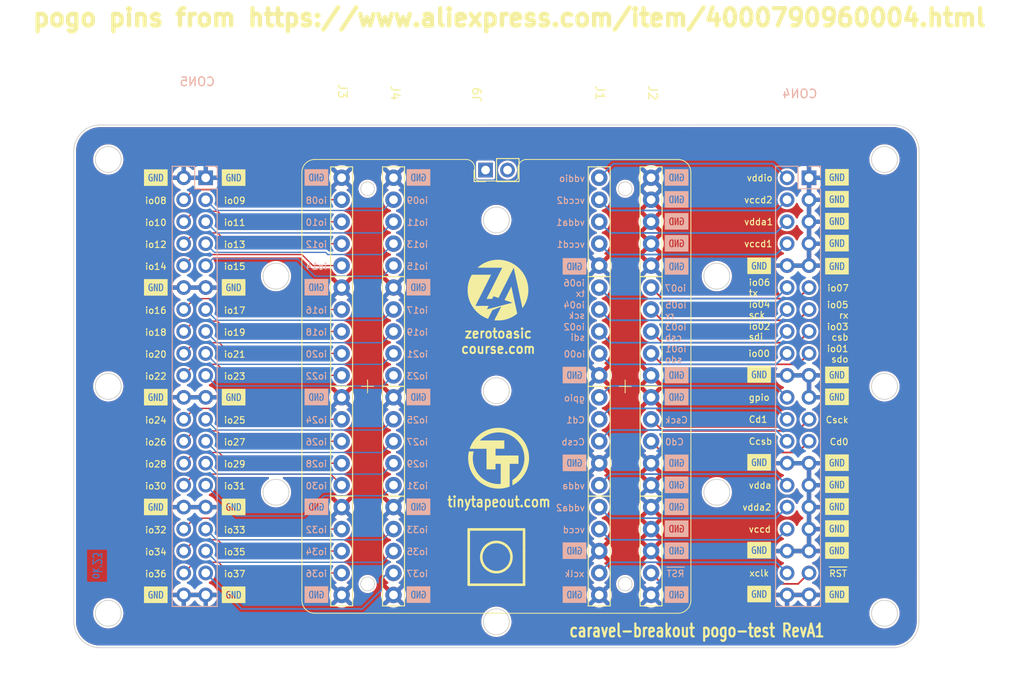
<source format=kicad_pcb>
(kicad_pcb (version 20211014) (generator pcbnew)
  (layers (0 "F.Cu" signal "Front") (31 "B.Cu" signal "Back") (34 "B.Paste" user) (35 "F.Paste" user) (36 "B.SilkS" user "B.Silkscreen") (37 "F.SilkS" user "F.Silkscreen") (38 "B.Mask" user) (39 "F.Mask" user) (44 "Edge.Cuts" user))
  (net 0 "")
  (net 1 "GND")
  (net 2 "vddio")
  (net 3 "vccd2")
  (net 4 "vccd1")
  (net 5 "vdda1")
  (net 6 "vdda2")
  (net 7 "mprj_io[18]")
  (net 8 "mprj_io[17]")
  (net 9 "mprj_io[16]")
  (net 10 "mprj_io[15]")
  (net 11 "mprj_io[14]")
  (net 12 "mprj_io[13]")
  (net 13 "mprj_io[12]")
  (net 14 "mprj_io[11]")
  (net 15 "mprj_io[10]")
  (net 16 "mprj_io[9]")
  (net 17 "mprj_io[8]")
  (net 18 "mprj_io[7]")
  (net 19 "mprj_io[6]_ser_tx")
  (net 20 "mprj_io[5]_ser_rx")
  (net 21 "mprj_io[0]")
  (net 22 "mprj_io[33]")
  (net 23 "mprj_io[32]")
  (net 24 "mprj_io[31]")
  (net 25 "mprj_io[30]")
  (net 26 "mprj_io[29]")
  (net 27 "mprj_io[28]")
  (net 28 "mprj_io[27]")
  (net 29 "mprj_io[26]")
  (net 30 "mprj_io[25]")
  (net 31 "mprj_io[24]")
  (net 32 "mprj_io[23]")
  (net 33 "mprj_io[22]")
  (net 34 "mprj_io[21]")
  (net 35 "mprj_io[20]")
  (net 36 "mprj_io[19]")
  (net 37 "mprj_io[4]_SCK")
  (net 38 "mprj_io[3]_CSB")
  (net 39 "mprj_io[2]_SDI")
  (net 40 "mprj_io[1]_SDO")
  (net 41 "gpio")
  (net 42 "Caravel_D0")
  (net 43 "Caravel_CSB")
  (net 44 "~{RST}")
  (net 45 "Caravel_D1")
  (net 46 "xclk")
  (net 47 "mprj_io[36]")
  (net 48 "mprj_io[37]")
  (net 49 "Caravel_SCK")
  (net 50 "mprj_io[34]")
  (net 51 "mprj_io[35]")
  (net 52 "vdda")
  (net 53 "vccd")
  (footprint "kibuzzard-6288F08E" (layer "F.Cu") (at 61.9 -12.34)
    (fp_text reference "kibuzzard-6288F08E" hide)
    (fp_text value "G***" hide)
  )
  (footprint "kibuzzard-6288F08E" (layer "F.Cu") (at 52.9 -2.227)
    (fp_text reference "kibuzzard-6288F08E" hide)
    (fp_text value "G***" hide)
  )
  (footprint "kibuzzard-6288F08E" (layer "F.Cu") (at -7.9 -2.14)
    (fp_text reference "kibuzzard-6288F08E" hide)
    (fp_text value "G***" hide)
  )
  (footprint "kibuzzard-6288F08E" (layer "F.Cu") (at 52.9 -40.2)
    (fp_text reference "kibuzzard-6288F08E" hide)
    (fp_text value "G***" hide)
  )
  (footprint "kibuzzard-6288F08E" (layer "F.Cu") (at -7.9 -37.7)
    (fp_text reference "kibuzzard-6288F08E" hide)
    (fp_text value "G***" hide)
  )
  (footprint "kibuzzard-6288F08E" (layer "F.Cu") (at 61.9 -17.42)
    (fp_text reference "kibuzzard-6288F08E" hide)
    (fp_text value "G***" hide)
  )
  (footprint "kibuzzard-6288F08E" (layer "F.Cu") (at -7.9 -50.4)
    (fp_text reference "kibuzzard-6288F08E" hide)
    (fp_text value "G***" hide)
  )
  (footprint "kibuzzard-6288F08E" (layer "F.Cu") (at 61.9 -50.44)
    (fp_text reference "kibuzzard-6288F08E" hide)
    (fp_text value "G***" hide)
  )
  (footprint "kibuzzard-6288F08E" (layer "F.Cu") (at 61.9 -47.9)
    (fp_text reference "kibuzzard-6288F08E" hide)
    (fp_text value "G***" hide)
  )
  (footprint "kibuzzard-6288F08E" (layer "F.Cu") (at 52.9 -7.307)
    (fp_text reference "kibuzzard-6288F08E" hide)
    (fp_text value "G***" hide)
  )
  (footprint "kibuzzard-6288F08E" (layer "F.Cu") (at -7.9 -25)
    (fp_text reference "kibuzzard-6288F08E" hide)
    (fp_text value "G***" hide)
  )
  (footprint "kibuzzard-6288F08E" (layer "F.Cu") (at 61.9 -25.04)
    (fp_text reference "kibuzzard-6288F08E" hide)
    (fp_text value "G***" hide)
  )
  (footprint "kibuzzard-6288F08E" (layer "F.Cu") (at 61.9 -9.8)
    (fp_text reference "kibuzzard-6288F08E" hide)
    (fp_text value "G***" hide)
  )
  (footprint "kibuzzard-6288F08E" (layer "F.Cu") (at -16.9 -12.3)
    (fp_text reference "kibuzzard-6288F08E" hide)
    (fp_text value "G***" hide)
  )
  (footprint "kibuzzard-6288F08E" (layer "F.Cu") (at 52.9 -17.467)
    (fp_text reference "kibuzzard-6288F08E" hide)
    (fp_text value "G***" hide)
  )
  (footprint "ok-connectors:PogoArray-5x-1x5-2.54mm-TH" (layer "F.Cu") (at 10.6 -26.25 -90)
    (fp_text reference "J4")
    (fp_text value "Conn_01x20")
  )
  (footprint "kibuzzard-6288F08E" (layer "F.Cu") (at -16.9 -2.14)
    (fp_text reference "kibuzzard-6288F08E" hide)
    (fp_text value "G***" hide)
  )
  (footprint "kibuzzard-6288F08E" (layer "F.Cu") (at 61.9 -2.18)
    (fp_text reference "kibuzzard-6288F08E" hide)
    (fp_text value "G***" hide)
  )
  (footprint "kibuzzard-6288F08E" (layer "F.Cu") (at 61.9 -40.153)
    (fp_text reference "kibuzzard-6288F08E" hide)
    (fp_text value "G***" hide)
  )
  (footprint "kibuzzard-6288F08E" (layer "F.Cu") (at 52.9 -27.627)
    (fp_text reference "kibuzzard-6288F08E" hide)
    (fp_text value "G***" hide)
  )
  (footprint "kibuzzard-6288F08E" (layer "F.Cu") (at -16.9 -50.4)
    (fp_text reference "kibuzzard-6288F08E" hide)
    (fp_text value "G***" hide)
  )
  (footprint "kibuzzard-6288F08E" (layer "F.Cu") (at -16.9 -37.7)
    (fp_text reference "kibuzzard-6288F08E" hide)
    (fp_text value "G***" hide)
  )
  (footprint "kibuzzard-6288F08E" (layer "F.Cu") (at -7.9 -12.3)
    (fp_text reference "kibuzzard-6288F08E" hide)
    (fp_text value "G***" hide)
  )
  (footprint "kibuzzard-6288F08E" (layer "F.Cu") (at 61.9 -42.82)
    (fp_text reference "kibuzzard-6288F08E" hide)
    (fp_text value "G***" hide)
  )
  (footprint "kibuzzard-6288F08E" (layer "F.Cu") (at 61.9 -7.26)
    (fp_text reference "kibuzzard-6288F08E" hide)
    (fp_text value "G***" hide)
  )
  (footprint "ok-connectors:PogoArray-5x-1x5-2.54mm-TH" (layer "F.Cu") (at 4.6 -26.25 -90)
    (fp_text reference "J3")
    (fp_text value "Conn_01x20")
  )
  (footprint "kibuzzard-6288F08E" (layer "F.Cu") (at 61.9 -45.36)
    (fp_text reference "kibuzzard-6288F08E" hide)
    (fp_text value "G***" hide)
  )
  (footprint "ok-connectors:PogoArray-5x-1x5-2.54mm-TH" (layer "F.Cu") (at 40.4 -26.25 -90)
    (fp_text reference "J2")
    (fp_text value "Conn_01x20")
  )
  (footprint "kibuzzard-6288F08E" (layer "F.Cu") (at 61.9 -14.88)
    (fp_text reference "kibuzzard-6288F08E" hide)
    (fp_text value "G***" hide)
  )
  (footprint "kibuzzard-6288F08E" (layer "F.Cu") (at -16.9 -25)
    (fp_text reference "kibuzzard-6288F08E" hide)
    (fp_text value "G***" hide)
  )
  (footprint "Connector_PinHeader_2.54mm:PinHeader_1x02_P2.54mm_Vertical" (layer "F.Cu") (at 21.25 -51.275 90)
    (fp_text reference "J9")
    (fp_text value "Conn_01x02")
  )
  (footprint "kibuzzard-6288F08E" (layer "F.Cu") (at 61.9 -27.58)
    (fp_text reference "kibuzzard-6288F08E" hide)
    (fp_text value "G***" hide)
  )
  (footprint "ok-connectors:PogoArray-5x-1x5-2.54mm-TH" (layer "F.Cu") (at 34.4 -26.25 -90)
    (fp_text reference "J1")
    (fp_text value "Conn_01x20")
  )
  (footprint "kibuzzard-6288F08E" (layer "B.Cu") (at 1.678 -12.319 180)
    (fp_text reference "kibuzzard-6288F08E" hide)
    (fp_text value "G***" hide)
  )
  (footprint "kibuzzard-6288F08E" (layer "B.Cu") (at 31.538 -17.399 180)
    (fp_text reference "kibuzzard-6288F08E" hide)
    (fp_text value "G***" hide)
  )
  (footprint "kibuzzard-6288F08E" (layer "B.Cu") (at 1.678 -25.019 180)
    (fp_text reference "kibuzzard-6288F08E" hide)
    (fp_text value "G***" hide)
  )
  (footprint "kibuzzard-6288F08E" (layer "B.Cu") (at 13.489 -12.319 180)
    (fp_text reference "kibuzzard-6288F08E" hide)
    (fp_text value "G***" hide)
  )
  (footprint "kibuzzard-6288F08E" (layer "B.Cu") (at 13.489 -25.019 180)
    (fp_text reference "kibuzzard-6288F08E" hide)
    (fp_text value "G***" hide)
  )
  (footprint "kibuzzard-6288F08E" (layer "B.Cu") (at 43.349 -2.159 180)
    (fp_text reference "kibuzzard-6288F08E" hide)
    (fp_text value "G***" hide)
  )
  (footprint "kibuzzard-6288F08E" (layer "B.Cu") (at 31.538 -27.559 180)
    (fp_text reference "kibuzzard-6288F08E" hide)
    (fp_text value "G***" hide)
  )
  (footprint "ok-connectors:PinSocket_2x20_P2.54mm_Vertical_Center_Rev" (layer "B.Cu") (at -12.4 -26.25 -90)
    (fp_text reference "CON5")
    (fp_text value "REF-182665-01")
  )
  (footprint "kibuzzard-6288F08E" (layer "B.Cu") (at 43.349 -50.419 180)
    (fp_text reference "kibuzzard-6288F08E" hide)
    (fp_text value "G***" hide)
  )
  (footprint "kibuzzard-6288F08E" (layer "B.Cu") (at 43.349 -27.559 180)
    (fp_text reference "kibuzzard-6288F08E" hide)
    (fp_text value "G***" hide)
  )
  (footprint "kibuzzard-6288F08E" (layer "B.Cu") (at 31.538 -7.239 180)
    (fp_text reference "kibuzzard-6288F08E" hide)
    (fp_text value "G***" hide)
  )
  (footprint "ok-connectors:PinSocket_2x20_P2.54mm_Vertical_Center_Rev" (layer "B.Cu") (at 57.4 -26.25 -90)
    (fp_text reference "CON4")
    (fp_text value "REF-182665-01")
  )
  (footprint "kibuzzard-6288F08E" (layer "B.Cu") (at 43.349 -17.399 180)
    (fp_text reference "kibuzzard-6288F08E" hide)
    (fp_text value "G***" hide)
  )
  (footprint "kibuzzard-6288F08E" (layer "B.Cu") (at 43.349 -40.132 180)
    (fp_text reference "kibuzzard-6288F08E" hide)
    (fp_text value "G***" hide)
  )
  (footprint "kibuzzard-6288F08E" (layer "B.Cu") (at 43.349 -25.019 180)
    (fp_text reference "kibuzzard-6288F08E" hide)
    (fp_text value "G***" hide)
  )
  (footprint "kibuzzard-6288F08E" (layer "B.Cu") (at 1.678 -2.159 180)
    (fp_text reference "kibuzzard-6288F08E" hide)
    (fp_text value "G***" hide)
  )
  (footprint "kibuzzard-6288F08E" (layer "B.Cu") (at 13.489 -50.419 180)
    (fp_text reference "kibuzzard-6288F08E" hide)
    (fp_text value "G***" hide)
  )
  (footprint "kibuzzard-6288F08E" (layer "B.Cu") (at 31.538 -2.159 180)
    (fp_text reference "kibuzzard-6288F08E" hide)
    (fp_text value "G***" hide)
  )
  (footprint "kibuzzard-6288F08E" (layer "B.Cu") (at 43.349 -7.239 180)
    (fp_text reference "kibuzzard-6288F08E" hide)
    (fp_text value "G***" hide)
  )
  (footprint "kibuzzard-6288F08E" (layer "B.Cu") (at 43.349 -12.319 180)
    (fp_text reference "kibuzzard-6288F08E" hide)
    (fp_text value "G***" hide)
  )
  (footprint "kibuzzard-6288F08E" (layer "B.Cu") (at 1.678 -37.719 180)
    (fp_text reference "kibuzzard-6288F08E" hide)
    (fp_text value "G***" hide)
  )
  (footprint "kibuzzard-6288F08E" (layer "B.Cu") (at 43.349 -45.339 180)
    (fp_text reference "kibuzzard-6288F08E" hide)
    (fp_text value "G***" hide)
  )
  (footprint "kibuzzard-6288F08E" (layer "B.Cu") (at 43.349 -42.799 180)
    (fp_text reference "kibuzzard-6288F08E" hide)
    (fp_text value "G***" hide)
  )
  (footprint "kibuzzard-6288F08E" (layer "B.Cu") (at 13.489 -37.719 180)
    (fp_text reference "kibuzzard-6288F08E" hide)
    (fp_text value "G***" hide)
  )
  (footprint "kibuzzard-6288F08E" (layer "B.Cu") (at 43.349 -14.859 180)
    (fp_text reference "kibuzzard-6288F08E" hide)
    (fp_text value "G***" hide)
  )
  (footprint "kibuzzard-6288F08E" (layer "B.Cu") (at 31.538 -40.132 180)
    (fp_text reference "kibuzzard-6288F08E" hide)
    (fp_text value "G***" hide)
  )
  (footprint "kibuzzard-6288F08E" (layer "B.Cu") (at 13.489 -2.159 180)
    (fp_text reference "kibuzzard-6288F08E" hide)
    (fp_text value "G***" hide)
  )
  (footprint "kibuzzard-6288F08E" (layer "B.Cu") (at 43.349 -47.879 180)
    (fp_text reference "kibuzzard-6288F08E" hide)
    (fp_text value "G***" hide)
  )
  (footprint "kibuzzard-6288F08E" (layer "B.Cu") (at 43.349 -9.779 180)
    (fp_text reference "kibuzzard-6288F08E" hide)
    (fp_text value "G***" hide)
  )
  (footprint "kibuzzard-6288F08E" (layer "B.Cu") (at 1.678 -50.419 180)
    (fp_text reference "kibuzzard-6288F08E" hide)
    (fp_text value "G***" hide)
  )
  (gr_line (start 42.206 -5.334) (end 44.238 -5.334) (layer "B.SilkS") (width 0.12))
  (gr_poly (pts (xy 22.543518 -33.877615) (xy 22.409971 -33.882463) (xy 22.343458 -33.890655) (xy 22.276945 -33.898847) (xy 22.274151 -33.901641) (xy 22.271358 -33.904435) (xy 22.663765 -34.684661) (xy 23.056172 -35.464888) (xy 23.052144 -35.468916) (xy 23.048116 -35.472945) (xy 22.541256 -35.267514) (xy 22.034397 -35.062084) (xy 21.784427 -34.564882) (xy 21.534457 -34.06768) (xy 21.487229 -34.085331) (xy 21.44 -34.102982) (xy 21.376742 -34.128119) (xy 21.313483 -34.153255) (xy 21.222109 -34.194941) (xy 21.130735 -34.236627) (xy 21.056932 -34.275973) (xy 20.98313 -34.315319) (xy 20.905814 -34.360968) (xy 20.828497 -34.406617) (xy 20.744152 -34.462866) (xy 20.659807 -34.519115) (xy 20.58249 -34.577147) (xy 20.505174 -34.635179) (xy 20.448944 -34.681901) (xy 20.392713 -34.728623) (xy 20.297825 -34.815615) (xy 20.202936 -34.902608) (xy 20.117362 -34.99609) (xy 20.031788 -35.089573) (xy 19.984897 -35.145802) (xy 19.938007 -35.202033) (xy 19.879923 -35.279349) (xy 19.821839 -35.356666) (xy 19.76572 -35.441011) (xy 19.709602 -35.525356) (xy 19.661634 -35.606187) (xy 19.613667 -35.687018) (xy 19.556345 -35.799478) (xy 19.499024 -35.911938) (xy 19.455447 -36.014983) (xy 19.41187 -36.118027) (xy 19.376642 -36.218174) (xy 19.341413 -36.31832) (xy 19.313757 -36.413852) (xy 19.286101 -36.509384) (xy 19.265545 -36.600758) (xy 19.24499 -36.692132) (xy 19.230222 -36.776477) (xy 19.215454 -36.860822) (xy 19.205406 -36.938139) (xy 19.195358 -37.015455) (xy 19.186932 -37.125113) (xy 19.178505 -37.234769) (xy 19.182204 -37.451951) (xy 19.185903 -37.669132) (xy 19.19713 -37.76402) (xy 19.208358 -37.858908) (xy 19.226545 -37.967855) (xy 19.244732 -38.076801) (xy 19.26146 -38.150603) (xy 19.278188 -38.224405) (xy 19.306737 -38.328266) (xy 19.335286 -38.432127) (xy 19.372678 -38.539129) (xy 19.410069 -38.646132) (xy 19.445577 -38.730477) (xy 19.481085 -38.814822) (xy 19.517057 -38.891632) (xy 19.553028 -38.968441) (xy 19.606677 -39.065594) (xy 19.660325 -39.162747) (xy 20.773374 -39.162747) (xy 21.886422 -39.162747) (xy 21.83639 -39.062587) (xy 21.786358 -38.962427) (xy 20.933146 -37.264225) (xy 20.079933 -35.566023) (xy 20.079933 -35.561536) (xy 20.079933 -35.557048) (xy 20.841299 -35.555259) (xy 21.602664 -35.553471) (xy 21.50239 -35.36018) (xy 21.402115 -35.166888) (xy 21.401729 -35.159015) (xy 21.401342 -35.151142) (xy 21.487445 -35.173791) (xy 21.573547 -35.196439) (xy 22.967126 -35.560742) (xy 24.360705 -35.925044) (xy 24.355309 -35.929839) (xy 24.349913 -35.934634) (xy 23.900071 -36.087795) (xy 23.45023 -36.240956) (xy 23.448564 -36.242119) (xy 23.446898 -36.243281) (xy 23.833997 -37.012437) (xy 24.221096 -37.781593) (xy 24.225787 -37.78654) (xy 24.230478 -37.791488) (xy 24.567285 -36.236696) (xy 24.904091 -34.681904) (xy 24.906695 -34.674298) (xy 24.909298 -34.666691) (xy 24.836955 -34.610473) (xy 24.764611 -34.554254) (xy 24.704866 -34.512198) (xy 24.645122 -34.470141) (xy 24.567021 -34.420373) (xy 24.488919 -34.370605) (xy 24.385437 -34.312867) (xy 24.281954 -34.255129) (xy 24.201583 -34.21722) (xy 24.121213 -34.17931) (xy 24.028214 -34.140019) (xy 23.935215 -34.100728) (xy 23.801669 -34.056104) (xy 23.668122 -34.011481) (xy 23.573233 -33.987139) (xy 23.478345 -33.962797) (xy 23.408057 -33.948414) (xy 23.337769 -33.934032) (xy 23.253424 -33.919839) (xy 23.169079 -33.905647) (xy 23.074191 -33.894804) (xy 22.979302 -33.883963) (xy 22.870356 -33.880372) (xy 22.76141 -33.876782) (xy 22.719237 -33.874775) (xy 22.677064 -33.872768) (xy 22.543518 -33.877615)) (layer "F.SilkS") (width 0.007028) (fill solid))
  (gr_line (start 37.4 -27) (end 37.4 -25.5) (layer "F.SilkS") (width 0.1))
  (gr_arc (start 19 -52.5) (mid 19.707107 -52.207107) (end 20 -51.5) (layer "F.SilkS") (width 0.1))
  (gr_line (start 26 -52.5) (end 43.5 -52.5) (layer "F.SilkS") (width 0.1))
  (gr_arc (start 20.5 -50) (mid 20.146447 -50.146447) (end 20 -50.5) (layer "F.SilkS") (width 0.1))
  (gr_line (start 20 -51.5) (end 20 -50.5) (layer "F.SilkS") (width 0.1))
  (gr_line (start 7.6 -27) (end 7.6 -25.5) (layer "F.SilkS") (width 0.1))
  (gr_line (start 20.5 -50) (end 24.5 -50) (layer "F.SilkS") (width 0.1))
  (gr_line (start 38.1 -26.25) (end 36.7 -26.25) (layer "F.SilkS") (width 0.1))
  (gr_line (start 1.5 -52.5) (end 19 -52.5) (layer "F.SilkS") (width 0.1))
  (gr_line (start 25.7 -7.1) (end 25.7 -9.7) (layer "F.SilkS") (width 0.3))
  (gr_line (start 8.3 -26.25) (end 6.9 -26.25) (layer "F.SilkS") (width 0.1))
  (gr_line (start 25.7 -9.7) (end 19.3 -9.7) (layer "F.SilkS") (width 0.3))
  (gr_line (start 61.011 -5.355) (end 63.043 -5.355) (layer "F.SilkS") (width 0.12))
  (gr_line (start 43.5 0) (end 1.5 0) (layer "F.SilkS") (width 0.1))
  (gr_arc (start 1.5 0) (mid 0.43934 -0.43934) (end 0 -1.5) (layer "F.SilkS") (width 0.1))
  (gr_line (start 19.3 -9.7) (end 19.3 -6.7) (layer "F.SilkS") (width 0.3))
  (gr_arc (start 43.5 -52.5) (mid 44.56066 -52.06066) (end 45 -51) (layer "F.SilkS") (width 0.1))
  (gr_poly (pts (xy 25.01475 -37.64629) (xy 24.513435 -39.974571) (xy 24.510748 -39.9775) (xy 24.50806 -39.980429) (xy 24.505445 -39.9775) (xy 24.502829 -39.974571) (xy 23.625788 -38.231436) (xy 22.748747 -36.4883) (xy 22.746536 -36.485614) (xy 22.744326 -36.48293) (xy 22.453676 -36.581575) (xy 22.163025 -36.68022) (xy 22.086306 -36.526272) (xy 22.009586 -36.372324) (xy 21.688539 -36.372324) (xy 21.367492 -36.372324) (xy 21.520743 -36.676319) (xy 21.673995 -36.980314) (xy 22.426808 -38.476068) (xy 23.179622 -39.971821) (xy 23.179622 -39.974937) (xy 23.179622 -39.978052) (xy 21.752841 -39.979826) (xy 20.32606 -39.9816) (xy 20.386993 -40.034316) (xy 20.447927 -40.087032) (xy 20.520617 -40.144747) (xy 20.593308 -40.202462) (xy 20.672244 -40.257326) (xy 20.75118 -40.312191) (xy 20.818672 -40.355301) (xy 20.886164 -40.39841) (xy 20.996239 -40.459588) (xy 21.106315 -40.520765) (xy 21.213413 -40.570111) (xy 21.320511 -40.619458) (xy 21.401342 -40.651022) (xy 21.482173 -40.682586) (xy 21.552461 -40.706615) (xy 21.622748 -40.730644) (xy 21.719602 -40.758738) (xy 21.816456 -40.786832) (xy 21.909379 -40.807957) (xy 22.002302 -40.829083) (xy 22.104219 -40.846119) (xy 22.206136 -40.863155) (xy 22.304539 -40.874467) (xy 22.402942 -40.885779) (xy 22.545675 -40.890621) (xy 22.688408 -40.895464) (xy 22.8269 -40.890687) (xy 22.965393 -40.88591) (xy 23.068637 -40.874596) (xy 23.171881 -40.863282) (xy 23.272397 -40.845788) (xy 23.372913 -40.828293) (xy 23.439687 -40.814089) (xy 23.50646 -40.799886) (xy 23.586111 -40.778612) (xy 23.665761 -40.757338) (xy 23.754801 -40.729056) (xy 23.84384 -40.700773) (xy 23.945758 -40.661759) (xy 24.047675 -40.622745) (xy 24.165352 -40.568288) (xy 24.283029 -40.51383) (xy 24.386758 -40.455572) (xy 24.490488 -40.397313) (xy 24.567804 -40.348073) (xy 24.645121 -40.298832) (xy 24.725952 -40.241321) (xy 24.806783 -40.18381) (xy 24.891127 -40.115668) (xy 24.975473 -40.047526) (xy 25.071562 -39.959367) (xy 25.167651 -39.871208) (xy 25.23036 -39.803401) (xy 25.293068 -39.735593) (xy 25.345134 -39.675698) (xy 25.3972 -39.615802) (xy 25.447223 -39.552694) (xy 25.497247 -39.489586) (xy 25.549344 -39.415784) (xy 25.601443 -39.341982) (xy 25.651113 -39.264665) (xy 25.700784 -39.187349) (xy 25.762344 -39.076555) (xy 25.823905 -38.965762) (xy 25.872834 -38.85941) (xy 25.921762 -38.753058) (xy 25.950011 -38.682153) (xy 25.978259 -38.611248) (xy 26.008583 -38.522718) (xy 26.038906 -38.434189) (xy 26.063805 -38.34687) (xy 26.088704 -38.259551) (xy 26.109638 -38.168177) (xy 26.13057 -38.076803) (xy 26.148714 -37.967856) (xy 26.166859 -37.85891) (xy 26.178087 -37.764022) (xy 26.189313 -37.669133) (xy 26.193012 -37.451952) (xy 26.196711 -37.234771) (xy 26.188286 -37.125114) (xy 26.179858 -37.015457) (xy 26.169876 -36.938855) (xy 26.159893 -36.862252) (xy 26.148903 -36.79828) (xy 26.137912 -36.734307) (xy 26.127342 -36.681591) (xy 26.11677 -36.628875) (xy 26.088703 -36.516415) (xy 26.060635 -36.403955) (xy 26.015991 -36.270408) (xy 25.971348 -36.136861) (xy 25.932057 -36.043862) (xy 25.892766 -35.950863) (xy 25.854856 -35.870492) (xy 25.816947 -35.790122) (xy 25.759087 -35.685855) (xy 25.701228 -35.581587) (xy 25.614127 -35.449798) (xy 25.527027 -35.318008) (xy 25.521546 -35.318008) (xy 25.516065 -35.318008) (xy 25.01475 -37.64629)) (layer "F.SilkS") (width 0.007028) (fill solid))
  (gr_circle (center 22.5 -6.5) (end 24.25 -6.5) (layer "F.SilkS") (width 0.3) (fill none))
  (gr_line (start 19.3 -6.5) (end 19.3 -3.3) (layer "F.SilkS") (width 0.3))
  (gr_arc (start 45 -1.5) (mid 44.56066 -0.43934) (end 43.5 0) (layer "F.SilkS") (width 0.1))
  (gr_line (start 45 -51) (end 45 -1.5) (layer "F.SilkS") (width 0.1))
  (gr_line (start 0 -1.5) (end 0 -51) (layer "F.SilkS") (width 0.1))
  (gr_line (start 25 -50.5) (end 25 -51.5) (layer "F.SilkS") (width 0.1))
  (gr_poly (pts (xy 22.940197 -21.454805) (xy 23.118818 -21.441182) (xy 23.29487 -21.41875) (xy 23.468132 -21.387731) (xy 23.63838 -21.348348) (xy 23.805392 -21.300824) (xy 23.968946 -21.245382) (xy 24.12882 -21.182245) (xy 24.284791 -21.111635) (xy 24.436636 -21.033776) (xy 24.584134 -20.94889) (xy 24.727062 -20.8572) (xy 24.865198 -20.758929) (xy 24.998319 -20.6543) (xy 25.126203 -20.543536) (xy 25.248627 -20.426859) (xy 25.36537 -20.304493) (xy 25.476208 -20.17666) (xy 25.58092 -20.043583) (xy 25.679283 -19.905485) (xy 25.771075 -19.762589) (xy 25.856073 -19.615118) (xy 25.934055 -19.463294) (xy 26.004798 -19.307341) (xy 26.068081 -19.147481) (xy 26.12368 -18.983937) (xy 26.171374 -18.816932) (xy 26.210941 -18.646689) (xy 26.242156 -18.47343) (xy 26.2648 -18.297379) (xy 26.278648 -18.118759) (xy 26.283479 -17.937792) (xy 26.28119 -17.809843) (xy 26.274374 -17.683028) (xy 26.26311 -17.557424) (xy 26.247476 -17.433109) (xy 26.227549 -17.310163) (xy 26.203408 -17.188663) (xy 26.175131 -17.068688) (xy 26.142795 -16.950317) (xy 26.106479 -16.833628) (xy 26.06626 -16.718699) (xy 26.022217 -16.60561) (xy 25.974428 -16.494438) (xy 25.92297 -16.385262) (xy 25.867922 -16.27816) (xy 25.809361 -16.173212) (xy 25.747367 -16.070495) (xy 25.682015 -15.970087) (xy 25.613386 -15.872069) (xy 25.541556 -15.776517) (xy 25.466603 -15.683511) (xy 25.388607 -15.593128) (xy 25.307643 -15.505448) (xy 25.223792 -15.420548) (xy 25.13713 -15.338508) (xy 25.047736 -15.259406) (xy 24.955687 -15.18332) (xy 24.861062 -15.110329) (xy 24.763938 -15.040511) (xy 24.664394 -14.973945) (xy 24.562508 -14.910709) (xy 24.458358 -14.850882) (xy 24.352021 -14.794542) (xy 24.352021 -15.413666) (xy 24.505432 -15.517561) (xy 24.651868 -15.630537) (xy 24.790924 -15.752186) (xy 24.922198 -15.882103) (xy 25.045286 -16.019879) (xy 25.159785 -16.165109) (xy 25.265293 -16.317384) (xy 25.361406 -16.476299) (xy 25.447721 -16.641446) (xy 25.523835 -16.812418) (xy 25.589346 -16.988808) (xy 25.643849 -17.17021) (xy 25.686942 -17.356216) (xy 25.718221 -17.54642) (xy 25.737285 -17.740414) (xy 25.743729 -17.937791) (xy 25.739838 -18.091146) (xy 25.728292 -18.242513) (xy 25.709279 -18.391704) (xy 25.682988 -18.53853) (xy 25.649609 -18.682801) (xy 25.60933 -18.82433) (xy 25.56234 -18.962927) (xy 25.508829 -19.098403) (xy 25.448984 -19.230568) (xy 25.382995 -19.359235) (xy 25.311052 -19.484215) (xy 25.233342 -19.605317) (xy 25.150055 -19.722354) (xy 25.061379 -19.835137) (xy 24.967505 -19.943475) (xy 24.86862 -20.047182) (xy 24.764914 -20.146067) (xy 24.656575 -20.239941) (xy 24.543792 -20.328617) (xy 24.426756 -20.411904) (xy 24.305653 -20.489614) (xy 24.180674 -20.561557) (xy 24.052007 -20.627546) (xy 23.919841 -20.687391) (xy 23.784365 -20.740903) (xy 23.645768 -20.787892) (xy 23.50424 -20.828171) (xy 23.359968 -20.861551) (xy 23.213142 -20.887841) (xy 23.063951 -20.906854) (xy 22.912584 -20.9184) (xy 22.75923 -20.922291) (xy 22.60095 -20.91814) (xy 22.444747 -20.905827) (xy 22.290839 -20.885561) (xy 22.139443 -20.857551) (xy 21.990775 -20.822007) (xy 21.845052 -20.779137) (xy 21.702492 -20.729152) (xy 21.563312 -20.67226) (xy 21.427729 -20.608671) (xy 21.295959 -20.538594) (xy 21.16822 -20.462238) (xy 21.044729 -20.379813) (xy 20.925703 -20.291527) (xy 20.811358 -20.197591) (xy 20.701913 -20.098214) (xy 20.597583 -19.993604) (xy 23.420687 -19.993604) (xy 23.420687 -19.030521) (xy 22.402042 -19.030521) (xy 22.402042 -18.25) (xy 25.061104 -18.25) (xy 25.061104 -17.286917) (xy 24.039812 -17.286917) (xy 24.039812 -14.656959) (xy 23.932909 -14.617028) (xy 23.824549 -14.580602) (xy 23.714763 -14.54771) (xy 23.603581 -14.518383) (xy 23.491035 -14.492654) (xy 23.377155 -14.470552) (xy 23.261974 -14.452108) (xy 23.145521 -14.437355) (xy 23.134938 -14.437355) (xy 23.101203 -14.433427) (xy 23.067469 -14.429748) (xy 23.033735 -14.426565) (xy 23.016867 -14.425236) (xy 23 -14.424125) (xy 22.938898 -14.420653) (xy 22.878292 -14.418173) (xy 22.817685 -14.416685) (xy 22.756583 -14.416189) (xy 22.575616 -14.420779) (xy 22.396995 -14.434402) (xy 22.220944 -14.456834) (xy 22.047686 -14.487853) (xy 21.877443 -14.527236) (xy 21.710438 -14.57476) (xy 21.546894 -14.630202) (xy 21.387034 -14.693339) (xy 21.23108 -14.763949) (xy 21.079257 -14.841808) (xy 20.931785 -14.926694) (xy 20.788889 -15.018384) (xy 20.650792 -15.116655) (xy 20.517715 -15.221284) (xy 20.389882 -15.332048) (xy 20.267516 -15.448725) (xy 20.150839 -15.571091) (xy 20.040075 -15.698924) (xy 19.935446 -15.832001) (xy 19.837175 -15.970098) (xy 19.745485 -16.112994) (xy 19.660599 -16.260466) (xy 19.58274 -16.412289) (xy 19.51213 -16.568243) (xy 19.448993 -16.728103) (xy 19.393551 -16.891647) (xy 19.346027 -17.058652) (xy 19.306644 -17.228895) (xy 19.275625 -17.402153) (xy 19.253193 -17.578204) (xy 19.23957 -17.756825) (xy 19.234979 -17.937792) (xy 19.236343 -18.038618) (xy 19.240436 -18.138669) (xy 19.247257 -18.237914) (xy 19.256807 -18.336321) (xy 19.269086 -18.43386) (xy 19.284092 -18.5305) (xy 19.301828 -18.62621) (xy 19.322291 -18.720959) (xy 19.877917 -18.720959) (xy 19.853618 -18.627078) (xy 19.832359 -18.531988) (xy 19.814199 -18.43572) (xy 19.799203 -18.338305) (xy 19.787431 -18.239774) (xy 19.778946 -18.140157) (xy 19.773809 -18.039486) (xy 19.772083 -17.937792) (xy 19.775974 -17.784438) (xy 19.78752 -17.633071) (xy 19.806533 -17.48388) (xy 19.832824 -17.337054) (xy 19.866203 -17.192782) (xy 19.906482 -17.051254) (xy 19.953472 -16.912657) (xy 20.006984 -16.777181) (xy 20.066828 -16.645015) (xy 20.132817 -16.516348) (xy 20.204761 -16.391369) (xy 20.282471 -16.270266) (xy 20.365758 -16.153229) (xy 20.454433 -16.040447) (xy 20.548307 -15.932108) (xy 20.647192 -15.828402) (xy 20.750899 -15.729517) (xy 20.859238 -15.635642) (xy 20.97202 -15.546967) (xy 21.089057 -15.46368) (xy 21.210159 -15.38597) (xy 21.335139 -15.314026) (xy 21.463806 -15.248038) (xy 21.595972 -15.188193) (xy 21.731447 -15.134681) (xy 21.870044 -15.087691) (xy 22.011573 -15.047412) (xy 22.155844 -15.014033) (xy 22.30267 -14.987743) (xy 22.451861 -14.96873) (xy 22.603228 -14.957183) (xy 22.756583 -14.953293) (xy 22.818057 -14.95383) (xy 22.848717 -14.954548) (xy 22.879284 -14.955608) (xy 22.909726 -14.957039) (xy 22.940014 -14.958873) (xy 22.970116 -14.961142) (xy 23 -14.963875) (xy 23 -17.286917) (xy 22.399396 -17.286917) (xy 22.399396 -16.643979) (xy 21.359584 -16.643979) (xy 21.359584 -19.027875) (xy 19.409604 -19.027875) (xy 19.431554 -19.093048) (xy 19.454728 -19.157593) (xy 19.479112 -19.221503) (xy 19.504689 -19.284769) (xy 19.531444 -19.347384) (xy 19.559363 -19.40934) (xy 19.588428 -19.47063) (xy 19.618625 -19.531245) (xy 19.649938 -19.591178) (xy 19.682352 -19.650421) (xy 19.715852 -19.708967) (xy 19.750421 -19.766807) (xy 19.786044 -19.823934) (xy 19.822706 -19.88034) (xy 19.860391 -19.936017) (xy 19.899083 -19.990959) (xy 20.023786 -20.153952) (xy 20.157522 -20.309296) (xy 20.299902 -20.456593) (xy 20.450533 -20.595449) (xy 20.609024 -20.725468) (xy 20.774984 -20.846255) (xy 20.94802 -20.957415) (xy 21.127742 -21.058552) (xy 21.313759 -21.149271) (xy 21.505678 -21.229177) (xy 21.703108 -21.297875) (xy 21.905659 -21.354968) (xy 22.112937 -21.400062) (xy 22.324553 -21.432762) (xy 22.540114 -21.452671) (xy 22.75923 -21.459396)) (layer "F.SilkS") (width 0) (fill solid))
  (gr_arc (start 25 -51.5) (mid 25.292893 -52.207107) (end 26 -52.5) (layer "F.SilkS") (width 0.1))
  (gr_line (start 19.3 -3.3) (end 25.7 -3.3) (layer "F.SilkS") (width 0.3))
  (gr_arc (start 25 -50.5) (mid 24.853553 -50.146447) (end 24.5 -50) (layer "F.SilkS") (width 0.1))
  (gr_arc (start 0 -51) (mid 0.43934 -52.06066) (end 1.5 -52.5) (layer "F.SilkS") (width 0.1))
  (gr_line (start 25.7 -3.3) (end 25.7 -7.1) (layer "F.SilkS") (width 0.3))
  (gr_line (start 19.3 -6.8) (end 19.3 -6.5) (layer "F.SilkS") (width 0.3))
  (gr_circle (center 67.4 -26.25) (end 68.9 -26.25) (layer "Edge.Cuts") (width 0.1) (fill none))
  (gr_circle (center 22.5 -25.75) (end 24 -25.75) (layer "Edge.Cuts") (width 0.1) (fill none))
  (gr_line (start -26.384924 0.963604) (end -26.384924 -53.463604) (layer "Edge.Cuts") (width 0.1))
  (gr_circle (center 48 -39) (end 49.5 -39) (layer "Edge.Cuts") (width 0.1) (fill none))
  (gr_circle (center -22.4 -26.25) (end -20.9 -26.25) (layer "Edge.Cuts") (width 0.1) (fill none))
  (gr_arc (start 71.384924 0.963604) (mid 70.5 3.1) (end 68.363604 3.984924) (layer "Edge.Cuts") (width 0.1))
  (gr_circle (center 7.6 -3.39) (end 8.4 -3.39) (layer "Edge.Cuts") (width 0.1) (fill none))
  (gr_arc (start 68.37868 -56.5) (mid 70.515076 -55.615076) (end 71.4 -53.47868) (layer "Edge.Cuts") (width 0.1))
  (gr_line (start 68.363604 3.984924) (end -23.363604 3.984924) (layer "Edge.Cuts") (width 0.1))
  (gr_circle (center 37.4 -3.39) (end 38.2 -3.39) (layer "Edge.Cuts") (width 0.1) (fill none))
  (gr_circle (center 22.5 0.984924) (end 24 0.984924) (layer "Edge.Cuts") (width 0.1) (fill none))
  (gr_circle (center 67.4 0) (end 68.9 0) (layer "Edge.Cuts") (width 0.1) (fill none))
  (gr_arc (start -26.384924 -53.463604) (mid -25.5 -55.6) (end -23.363604 -56.484924) (layer "Edge.Cuts") (width 0.1))
  (gr_circle (center -22.4 0) (end -20.9 0) (layer "Edge.Cuts") (width 0.1) (fill none))
  (gr_circle (center 22.5 -45.5) (end 24 -45.5) (layer "Edge.Cuts") (width 0.1) (fill none))
  (gr_circle (center 67.4 -52.5) (end 68.9 -52.5) (layer "Edge.Cuts") (width 0.1) (fill none))
  (gr_circle (center 7.6 -49.11) (end 8.4 -49.11) (layer "Edge.Cuts") (width 0.1) (fill none))
  (gr_circle (center 48 -14) (end 49.5 -14) (layer "Edge.Cuts") (width 0.1) (fill none))
  (gr_circle (center -22.4 -52.5) (end -20.9 -52.5) (layer "Edge.Cuts") (width 0.1) (fill none))
  (gr_circle (center -3 -14) (end -1.5 -14) (layer "Edge.Cuts") (width 0.1) (fill none))
  (gr_circle (center -3 -39) (end -1.5 -39) (layer "Edge.Cuts") (width 0.1) (fill none))
  (gr_arc (start -23.363604 3.984924) (mid -25.5 3.1) (end -26.384924 0.963604) (layer "Edge.Cuts") (width 0.1))
  (gr_line (start 71.384924 0.963604) (end 71.4 -53.47868) (layer "Edge.Cuts") (width 0.1))
  (gr_line (start -23.363604 -56.484924) (end 68.37868 -56.5) (layer "Edge.Cuts") (width 0.1))
  (gr_circle (center 37.4 -49.11) (end 38.2 -49.11) (layer "Edge.Cuts") (width 0.1) (fill none))
  (gr_text "ok'23" (at -23.7 -5.5 270) (layer "B.Cu") (effects (font (size 1 0.75) (thickness 0.127)) (justify mirror)))
  (gr_text "vddio" (at 32.808 -50.292) (layer "B.SilkS") (effects (font (size 0.75 0.75) (thickness 0.12)) (justify left mirror)))
  (gr_text "io36" (at 1.678 -4.572) (layer "B.SilkS") (effects (font (size 0.75 0.75) (thickness 0.12)) (justify mirror)))
  (gr_text "io18" (at 1.678 -32.512) (layer "B.SilkS") (effects (font (size 0.75 0.75) (thickness 0.12)) (justify mirror)))
  (gr_text "io23" (at 13.362 -27.432) (layer "B.SilkS") (effects (font (size 0.75 0.75) (thickness 0.12)) (justify mirror)))
  (gr_text "io34" (at 1.678 -7.112) (layer "B.SilkS") (effects (font (size 0.75 0.75) (thickness 0.12)) (justify mirror)))
  (gr_text "xclk" (at 31.538 -4.572) (layer "B.SilkS") (effects (font (size 0.75 0.75) (thickness 0.12)) (justify mirror)))
  (gr_text "io04\nsck" (at 32.808 -35.052) (layer "B.SilkS") (effects (font (size 0.75 0.75) (thickness 0.12)) (justify left mirror)))
  (gr_text "io29" (at 13.362 -17.272) (layer "B.SilkS") (effects (font (size 0.75 0.75) (thickness 0.12)) (justify mirror)))
  (gr_text "gpio" (at 32.808 -24.892) (layer "B.SilkS") (effects (font (size 0.75 0.75) (thickness 0.12)) (justify left mirror)))
  (gr_text "vdda2" (at 32.808 -12.192) (layer "B.SilkS") (effects (font (size 0.75 0.75) (thickness 0.12)) (justify left mirror)))
  (gr_text "io01\nsdo" (at 41.952 -29.972) (layer "B.SilkS") (effects (font (size 0.75 0.75) (thickness 0.12)) (justify right mirror)))
  (gr_text "io37" (at 13.362 -4.572) (layer "B.SilkS") (effects (font (size 0.75 0.75) (thickness 0.12)) (justify mirror)))
  (gr_text "io25" (at 13.362 -22.352) (layer "B.SilkS") (effects (font (size 0.75 0.75) (thickness 0.12)) (justify mirror)))
  (gr_text "io21" (at 13.362 -29.972) (layer "B.SilkS") (effects (font (size 0.75 0.75) (thickness 0.12)) (justify mirror)))
  (gr_text "vdda1" (at 32.808 -45.212) (layer "B.SilkS") (effects (font (size 0.75 0.75) (thickness 0.12)) (justify left mirror)))
  (gr_text "vccd1" (at 32.808 -42.672) (layer "B.SilkS") (effects (font (size 0.75 0.75) (thickness 0.12)) (justify left mirror)))
  (gr_text "vccd2" (at 32.808 -47.752) (layer "B.SilkS") (effects (font (size 0.75 0.75) (thickness 0.12)) (justify left mirror)))
  (gr_text "Cd1" (at 32.808 -22.352) (layer "B.SilkS") (effects (font (size 0.75 0.75) (thickness 0.12)) (justify left mirror)))
  (gr_text "RST" (at 43.222 -4.572) (layer "B.SilkS") (effects (font (size 0.75 0.75) (thickness 0.12)) (justify mirror)))
  (gr_text "io08" (at 1.678 -47.752) (layer "B.SilkS") (effects (font (size 0.75 0.75) (thickness 0.12)) (justify mirror)))
  (gr_text "io35" (at 13.362 -7.112) (layer "B.SilkS") (effects (font (size 0.75 0.75) (thickness 0.12)) (justify mirror)))
  (gr_text "io14" (at 1.678 -40.132) (layer "B.SilkS") (effects (font (size 0.75 0.75) (thickness 0.12)) (justify mirror)))
  (gr_text "io27" (at 13.362 -19.812) (layer "B.SilkS") (effects (font (size 0.75 0.75) (thickness 0.12)) (justify mirror)))
  (gr_text "io10" (at 1.678 -45.212) (layer "B.SilkS") (effects (font (size 0.75 0.75) (thickness 0.12)) (justify mirror)))
  (gr_text "io31" (at 13.362 -14.732) (layer "B.SilkS") (effects (font (size 0.75 0.75) (thickness 0.12)) (justify mirror)))
  (gr_text "io26" (at 1.678 -19.812) (layer "B.SilkS") (effects (font (size 0.75 0.75) (thickness 0.12)) (justify mirror)))
  (gr_text "io22" (at 1.678 -27.432) (layer "B.SilkS") (effects (font (size 0.75 0.75) (thickness 0.12)) (justify mirror)))
  (gr_text "vdda" (at 32.808 -14.732) (layer "B.SilkS") (effects (font (size 0.75 0.75) (thickness 0.12)) (justify left mirror)))
  (gr_text "io24" (at 1.678 -22.352) (layer "B.SilkS") (effects (font (size 0.75 0.75) (thickness 0.12)) (justify mirror)))
  (gr_text "io12" (at 1.678 -42.672) (layer "B.SilkS") (effects (font (size 0.75 0.75) (thickness 0.12)) (justify mirror)))
  (gr_text "io02\nsdi" (at 32.808 -32.512) (layer "B.SilkS") (effects (font (size 0.75 0.75) (thickness 0.12)) (justify left mirror)))
  (gr_text "Cd0" (at 41.952 -19.812) (layer "B.SilkS") (effects (font (size 0.75 0.75) (thickness 0.12)) (justify right mirror)))
  (gr_text "io17" (at 13.362 -35.052) (layer "B.SilkS") (effects (font (size 0.75 0.75) (thickness 0.12)) (justify mirror)))
  (gr_text "io15" (at 13.362 -40.132) (layer "B.SilkS") (effects (font (size 0.75 0.75) (thickness 0.12)) (justify mirror)))
  (gr_text "Csck" (at 41.952 -22.352) (layer "B.SilkS") (effects (font (size 0.75 0.75) (thickness 0.12)) (justify right mirror)))
  (gr_text "io32" (at 1.678 -9.652) (layer "B.SilkS") (effects (font (size 0.75 0.75) (thickness 0.12)) (justify mirror)))
  (gr_text "io06\ntx" (at 32.808 -37.592) (layer "B.SilkS") (effects (font (size 0.75 0.75) (thickness 0.12)) (justify left mirror)))
  (gr_text "io30" (at 1.678 -14.732) (layer "B.SilkS") (effects (font (size 0.75 0.75) (thickness 0.12)) (justify mirror)))
  (gr_text "Ccsb" (at 32.808 -19.812) (layer "B.SilkS") (effects (font (size 0.75 0.75) (thickness 0.12)) (justify left mirror)))
  (gr_text "vccd" (at 32.808 -9.652) (layer "B.SilkS") (effects (font (size 0.75 0.75) (thickness 0.12)) (justify left mirror)))
  (gr_text "io07" (at 43.222 -37.592) (layer "B.SilkS") (effects (font (size 0.75 0.75) (thickness 0.12)) (justify mirror)))
  (gr_text "io13" (at 13.362 -42.672) (layer "B.SilkS") (effects (font (size 0.75 0.75) (thickness 0.12)) (justify mirror)))
  (gr_text "io19" (at 13.362 -32.512) (layer "B.SilkS") (effects (font (size 0.75 0.75) (thickness 0.12)) (justify mirror)))
  (gr_text "io09" (at 13.362 -47.752) (layer "B.SilkS") (effects (font (size 0.75 0.75) (thickness 0.12)) (justify mirror)))
  (gr_text "io28" (at 1.678 -17.272) (layer "B.SilkS") (effects (font (size 0.75 0.75) (thickness 0.12)) (justify mirror)))
  (gr_text "io16" (at 1.678 -35.052) (layer "B.SilkS") (effects (font (size 0.75 0.75) (thickness 0.12)) (justify mirror)))
  (gr_text "io00" (at 31.538 -29.972) (layer "B.SilkS") (effects (font (size 0.75 0.75) (thickness 0.12)) (justify mirror)))
  (gr_text "io03\ncsb" (at 41.952 -32.512) (layer "B.SilkS") (effects (font (size 0.75 0.75) (thickness 0.12)) (justify right mirror)))
  (gr_text "io20" (at 1.678 -29.972) (layer "B.SilkS") (effects (font (size 0.75 0.75) (thickness 0.12)) (justify mirror)))
  (gr_text "io05\nrx" (at 41.952 -35.052) (layer "B.SilkS") (effects (font (size 0.75 0.75) (thickness 0.12)) (justify right mirror)))
  (gr_text "io11" (at 13.362 -45.212) (layer "B.SilkS") (effects (font (size 0.75 0.75) (thickness 0.12)) (justify mirror)))
  (gr_text "io33" (at 13.362 -9.652) (layer "B.SilkS") (effects (font (size 0.75 0.75) (thickness 0.12)) (justify mirror)))
  (gr_text "io15" (at -7.773 -40.113) (layer "F.SilkS") (effects (font (size 0.75 0.75) (thickness 0.12))))
  (gr_text "gpio" (at 51.63 -24.96) (layer "F.SilkS") (effects (font (size 0.75 0.75) (thickness 0.12)) (justify left)))
  (gr_text "io03\ncsb" (at 63.297 -32.533) (layer "F.SilkS") (effects (font (size 0.75 0.75) (thickness 0.12)) (justify right)))
  (gr_text "vdda1" (at 51.1 -45.28) (layer "F.SilkS") (effects (font (size 0.75 0.75) (thickness 0.12)) (justify left)))
  (gr_text "io23" (at -7.773 -27.413) (layer "F.SilkS") (effects (font (size 0.75 0.75) (thickness 0.12))))
  (gr_text "vccd" (at 51.63 -9.72) (layer "F.SilkS") (effects (font (size 0.75 0.75) (thickness 0.12)) (justify left)))
  (gr_text "io24" (at -16.9 -22.333) (layer "F.SilkS") (effects (font (size 0.75 0.75) (thickness 0.12))))
  (gr_text "io09" (at -7.773 -47.733) (layer "F.SilkS") (effects (font (size 0.75 0.75) (thickness 0.12))))
  (gr_text "Cd1" (at 51.63 -22.42) (layer "F.SilkS") (effects (font (size 0.75 0.75) (thickness 0.12)) (justify left)))
  (gr_text "io07" (at 62.027 -37.613) (layer "F.SilkS") (effects (font (size 0.75 0.75) (thickness 0.12))))
  (gr_text "io05\nrx" (at 63.297 -35.073) (layer "F.SilkS") (effects (font (size 0.75 0.75) (thickness 0.12)) (justify right)))
  (gr_text "vdda" (at 51.63 -14.8) (layer "F.SilkS") (effects (font (size 0.75 0.75) (thickness 0.12)) (justify left)))
  (gr_text "zerotoasic\ncourse.com" (at 22.714271 -31.48333) (layer "F.SilkS") (effects (font (size 1.1 1) (thickness 0.2))))
  (gr_text "io34" (at -16.9 -7.093) (layer "F.SilkS") (effects (font (size 0.75 0.75) (thickness 0.12))))
  (gr_text "io10" (at -16.9 -45.193) (layer "F.SilkS") (effects (font (size 0.75 0.75) (thickness 0.12))))
  (gr_text "io17" (at -7.773 -35.033) (layer "F.SilkS") (effects (font (size 0.75 0.75) (thickness 0.12))))
  (gr_text "io22" (at -16.9 -27.413) (layer "F.SilkS") (effects (font (size 0.75 0.75) (thickness 0.12))))
  (gr_text "vccd1" (at 51.1 -42.74) (layer "F.SilkS") (effects (font (size 0.75 0.75) (thickness 0.12)) (justify left)))
  (gr_text "io12" (at -16.9 -42.653) (layer "F.SilkS") (effects (font (size 0.75 0.75) (thickness 0.12))))
  (gr_text "io29" (at -7.773 -17.253) (layer "F.SilkS") (effects (font (size 0.75 0.75) (thickness 0.12))))
  (gr_text "Csck" (at 63.297 -22.373) (layer "F.SilkS") (effects (font (size 0.75 0.75) (thickness 0.12)) (justify right)))
  (gr_text "io00" (at 52.9 -30.04) (layer "F.SilkS") (effects (font (size 0.75 0.75) (thickness 0.12))))
  (gr_text "io06\ntx" (at 51.63 -37.66) (layer "F.SilkS") (effects (font (size 0.75 0.75) (thickness 0.12)) (justify left)))
  (gr_text "io30" (at -16.9 -14.713) (layer "F.SilkS") (effects (font (size 0.75 0.75) (thickness 0.12))))
  (gr_text "io32" (at -16.9 -9.633) (layer "F.SilkS") (effects (font (size 0.75 0.75) (thickness 0.12))))
  (gr_text "RST" (at 62.027 -4.593) (layer "F.SilkS") (effects (font (size 0.75 0.75) (thickness 0.12))))
  (gr_text "io27" (at -7.773 -19.793) (layer "F.SilkS") (effects (font (size 0.75 0.75) (thickness 0.12))))
  (gr_text "io25" (at -7.773 -22.333) (layer "F.SilkS") (effects (font (size 0.75 0.75) (thickness 0.12))))
  (gr_text "io28" (at -16.9 -17.253) (layer "F.SilkS") (effects (font (size 0.75 0.75) (thickness 0.12))))
  (gr_text "io02\nsdi" (at 51.63 -32.58) (layer "F.SilkS") (effects (font (size 0.75 0.75) (thickness 0.12)) (justify left)))
  (gr_text "io20" (at -16.9 -29.953) (layer "F.SilkS") (effects (font (size 0.75 0.75) (thickness 0.12))))
  (gr_text "xclk" (at 52.9 -4.64) (layer "F.SilkS") (effects (font (size 0.75 0.75) (thickness 0.12))))
  (gr_text "io36" (at -16.9 -4.553) (layer "F.SilkS") (effects (font (size 0.75 0.75) (thickness 0.12))))
  (gr_text "Cd0" (at 63.297 -19.833) (layer "F.SilkS") (effects (font (size 0.75 0.75) (thickness 0.12)) (justify right)))
  (gr_text "io21" (at -7.773 -29.953) (layer "F.SilkS") (effects (font (size 0.75 0.75) (thickness 0.12))))
  (gr_text "io26" (at -16.9 -19.793) (layer "F.SilkS") (effects (font (size 0.75 0.75) (thickness 0.12))))
  (gr_text "io14" (at -16.9 -40.113) (layer "F.SilkS") (effects (font (size 0.75 0.75) (thickness 0.12))))
  (gr_text "io13" (at -7.773 -42.653) (layer "F.SilkS") (effects (font (size 0.75 0.75) (thickness 0.12))))
  (gr_text "io18" (at -16.9 -32.493) (layer "F.SilkS") (effects (font (size 0.75 0.75) (thickness 0.12))))
  (gr_text "io08" (at -16.9 -47.733) (layer "F.SilkS") (effects (font (size 0.75 0.75) (thickness 0.12))))
  (gr_text "io35" (at -7.773 -7.093) (layer "F.SilkS") (effects (font (size 0.75 0.75) (thickness 0.12))))
  (gr_text "caravel-breakout pogo-test RevA1" (at 45.7 2) (layer "F.SilkS") (effects (font (size 1.5 1.1) (thickness 0.25))))
  (gr_text "io16" (at -16.9 -35.033) (layer "F.SilkS") (effects (font (size 0.75 0.75) (thickness 0.12))))
  (gr_text "io04\nsck" (at 51.63 -35.12) (layer "F.SilkS") (effects (font (size 0.75 0.75) (thickness 0.12)) (justify left)))
  (gr_text "io33" (at -7.773 -9.633) (layer "F.SilkS") (effects (font (size 0.75 0.75) (thickness 0.12))))
  (gr_text "vccd2" (at 51.1 -47.82) (layer "F.SilkS") (effects (font (size 0.75 0.75) (thickness 0.12)) (justify left)))
  (gr_text "io31" (at -7.773 -14.713) (layer "F.SilkS") (effects (font (size 0.75 0.75) (thickness 0.12))))
  (gr_text "vddio" (at 51.4 -50.36) (layer "F.SilkS") (effects (font (size 0.75 0.75) (thickness 0.12)) (justify left)))
  (gr_text "pogo pins from https://www.aliexpress.com/item/4000790960004.html" (at 24 -68.9) (layer "F.SilkS") (effects (font (size 2 2) (thickness 0.5))))
  (gr_text "io11" (at -7.773 -45.193) (layer "F.SilkS") (effects (font (size 0.75 0.75) (thickness 0.12))))
  (gr_text "io19" (at -7.773 -32.493) (layer "F.SilkS") (effects (font (size 0.75 0.75) (thickness 0.12))))
  (gr_text "vdda2" (at 50.9 -12.26) (layer "F.SilkS") (effects (font (size 0.75 0.75) (thickness 0.12)) (justify left)))
  (gr_text "Ccsb" (at 51.63 -19.88) (layer "F.SilkS") (effects (font (size 0.75 0.75) (thickness 0.12)) (justify left)))
  (gr_text "io37" (at -7.773 -4.553) (layer "F.SilkS") (effects (font (size 0.75 0.75) (thickness 0.12))))
  (gr_text "io01\nsdo" (at 63.297 -29.993) (layer "F.SilkS") (effects (font (size 0.75 0.75) (thickness 0.12)) (justify right)))
  (gr_text "tinytapeout.com" (at 22.799396 -12.886917) (layer "F.SilkS") (effects (font (size 1.2 1) (thickness 0.2))))
  (segment (start 34.4 -50.38) (end 36.02 -52) (width 0.2) (layer "B.Cu") (net 2))
  (segment (start 54.51 -52) (end 56.13 -50.38) (width 0.2) (layer "B.Cu") (net 2))
  (segment (start 36.02 -52) (end 54.51 -52) (width 0.2) (layer "B.Cu") (net 2))
  (segment (start 34.4 -47.84) (end 35.64 -46.6) (width 0.2) (layer "B.Cu") (net 3))
  (segment (start 35.64 -46.6) (end 54.89 -46.6) (width 0.2) (layer "B.Cu") (net 3))
  (segment (start 54.89 -46.6) (end 56.13 -47.84) (width 0.2) (layer "B.Cu") (net 3))
  (segment (start 35.66 -41.5) (end 54.87 -41.5) (width 0.2) (layer "B.Cu") (net 4))
  (segment (start 54.87 -41.5) (end 56.13 -42.76) (width 0.2) (layer "B.Cu") (net 4))
  (segment (start 34.4 -42.76) (end 35.66 -41.5) (width 0.2) (layer "B.Cu") (net 4))
  (segment (start 34.4 -45.3) (end 35.7 -44) (width 0.2) (layer "B.Cu") (net 5))
  (segment (start 35.7 -44) (end 54.83 -44) (width 0.2) (layer "B.Cu") (net 5))
  (segment (start 54.83 -44) (end 56.13 -45.3) (width 0.2) (layer "B.Cu") (net 5))
  (segment (start 34.4 -12.28) (end 35.68 -11) (width 0.2) (layer "B.Cu") (net 6))
  (segment (start 35.68 -11) (end 54.85 -11) (width 0.2) (layer "B.Cu") (net 6))
  (segment (start 54.85 -11) (end 56.13 -12.28) (width 0.2) (layer "B.Cu") (net 6))
  (segment (start -12.47 -33.8) (end -13.67 -32.6) (width 0.1524) (layer "F.Cu") (net 7))
  (segment (start 4.6 -32.6) (end -8.6 -32.6) (width 0.1524) (layer "F.Cu") (net 7))
  (segment (start -9.8 -33.8) (end -12.47 -33.8) (width 0.1524) (layer "F.Cu") (net 7))
  (segment (start -8.6 -32.6) (end -9.8 -33.8) (width 0.1524) (layer "F.Cu") (net 7))
  (segment (start 9.36 -33.9) (end -9.89 -33.9) (width 0.1524) (layer "B.Cu") (net 8))
  (segment (start -9.89 -33.9) (end -11.13 -35.14) (width 0.1524) (layer "B.Cu") (net 8))
  (segment (start 10.6 -35.14) (end 9.36 -33.9) (width 0.1524) (layer "B.Cu") (net 8))
  (segment (start 4.6 -35.14) (end -8.64 -35.14) (width 0.1524) (layer "F.Cu") (net 9))
  (segment (start -8.64 -35.14) (end -9.9 -36.4) (width 0.1524) (layer "F.Cu") (net 9))
  (segment (start -9.9 -36.4) (end -12.41 -36.4) (width 0.1524) (layer "F.Cu") (net 9))
  (segment (start -12.41 -36.4) (end -13.67 -35.14) (width 0.1524) (layer "F.Cu") (net 9))
  (segment (start 10.6 -40.22) (end 9.38 -39) (width 0.1524) (layer "B.Cu") (net 10))
  (segment (start -0.5 -41) (end -10.35 -41) (width 0.1524) (layer "B.Cu") (net 10))
  (segment (start 1.5 -39) (end -0.5 -41) (width 0.1524) (layer "B.Cu") (net 10))
  (segment (start 9.38 -39) (end 1.5 -39) (width 0.1524) (layer "B.Cu") (net 10))
  (segment (start -10.35 -41) (end -11.13 -40.22) (width 0.1524) (layer "B.Cu") (net 10))
  (segment (start 0 -41.5) (end 1.28 -40.22) (width 0.1524) (layer "F.Cu") (net 11))
  (segment (start 1.28 -40.22) (end 4.6 -40.22) (width 0.1524) (layer "F.Cu") (net 11))
  (segment (start -13.67 -40.22) (end -12.39 -41.5) (width 0.1524) (layer "F.Cu") (net 11))
  (segment (start -12.39 -41.5) (end 0 -41.5) (width 0.1524) (layer "F.Cu") (net 11))
  (segment (start 9.34 -41.5) (end 3 -41.5) (width 0.1524) (layer "B.Cu") (net 12))
  (segment (start 10.6 -42.76) (end 9.34 -41.5) (width 0.1524) (layer "B.Cu") (net 12))
  (segment (start 2.75 -41.75) (end -10.12 -41.75) (width 0.1524) (layer "B.Cu") (net 12))
  (segment (start -10.12 -41.75) (end -11.13 -42.76) (width 0.1524) (layer "B.Cu") (net 12))
  (segment (start 3 -41.5) (end 2.75 -41.75) (width 0.1524) (layer "B.Cu") (net 12))
  (segment (start 4.6 -42.76) (end -8.51 -42.76) (width 0.1524) (layer "F.Cu") (net 13))
  (segment (start -12.43 -44) (end -13.67 -42.76) (width 0.1524) (layer "F.Cu") (net 13))
  (segment (start -8.51 -42.76) (end -9.75 -44) (width 0.1524) (layer "F.Cu") (net 13))
  (segment (start -9.75 -44) (end -12.43 -44) (width 0.1524) (layer "F.Cu") (net 13))
  (segment (start 10.6 -45.3) (end 9.3 -44) (width 0.1524) (layer "B.Cu") (net 14))
  (segment (start 9.3 -44) (end -9.83 -44) (width 0.1524) (layer "B.Cu") (net 14))
  (segment (start -9.83 -44) (end -11.13 -45.3) (width 0.1524) (layer "B.Cu") (net 14))
  (segment (start -8.55 -45.3) (end -9.75 -46.5) (width 0.1524) (layer "F.Cu") (net 15))
  (segment (start 4.6 -45.3) (end -8.55 -45.3) (width 0.1524) (layer "F.Cu") (net 15))
  (segment (start -9.75 -46.5) (end -12.47 -46.5) (width 0.1524) (layer "F.Cu") (net 15))
  (segment (start -12.47 -46.5) (end -13.67 -45.3) (width 0.1524) (layer "F.Cu") (net 15))
  (segment (start -9.89 -46.6) (end -11.13 -47.84) (width 0.1524) (layer "B.Cu") (net 16))
  (segment (start 10.6 -47.84) (end 9.36 -46.6) (width 0.1524) (layer "B.Cu") (net 16))
  (segment (start 9.36 -46.6) (end -9.89 -46.6) (width 0.1524) (layer "B.Cu") (net 16))
  (segment (start 4.6 -47.84) (end -8.59 -47.84) (width 0.1524) (layer "F.Cu") (net 17))
  (segment (start -8.59 -47.84) (end -9.75 -49) (width 0.1524) (layer "F.Cu") (net 17))
  (segment (start -9.75 -49) (end -12.51 -49) (width 0.1524) (layer "F.Cu") (net 17))
  (segment (start -12.51 -49) (end -13.67 -47.84) (width 0.1524) (layer "F.Cu") (net 17))
  (segment (start 40.4 -37.68) (end 41.68 -36.4) (width 0.2) (layer "F.Cu") (net 18))
  (segment (start 41.68 -36.4) (end 57.39 -36.4) (width 0.2) (layer "F.Cu") (net 18))
  (segment (start 57.39 -36.4) (end 58.67 -37.68) (width 0.2) (layer "F.Cu") (net 18))
  (segment (start 34.4 -37.68) (end 35.68 -36.4) (width 0.2) (layer "B.Cu") (net 19))
  (segment (start 54.85 -36.4) (end 56.13 -37.68) (width 0.2) (layer "B.Cu") (net 19))
  (segment (start 35.68 -36.4) (end 54.85 -36.4) (width 0.2) (layer "B.Cu") (net 19))
  (segment (start 40.4 -35.14) (end 41.64 -33.9) (width 0.2) (layer "F.Cu") (net 20))
  (segment (start 41.64 -33.9) (end 57.43 -33.9) (width 0.2) (layer "F.Cu") (net 20))
  (segment (start 57.43 -33.9) (end 58.67 -35.14) (width 0.2) (layer "F.Cu") (net 20))
  (segment (start 34.4 -30.06) (end 35.66 -28.8) (width 0.2) (layer "B.Cu") (net 21))
  (segment (start 35.66 -28.8) (end 54.87 -28.8) (width 0.2) (layer "B.Cu") (net 21))
  (segment (start 54.87 -28.8) (end 56.13 -30.06) (width 0.2) (layer "B.Cu") (net 21))
  (segment (start 9.36 -8.5) (end -9.89 -8.5) (width 0.1524) (layer "B.Cu") (net 22))
  (segment (start -9.89 -8.5) (end -11.13 -9.74) (width 0.1524) (layer "B.Cu") (net 22))
  (segment (start 10.6 -9.74) (end 9.36 -8.5) (width 0.1524) (layer "B.Cu") (net 22))
  (segment (start 4.6 -9.74) (end -8.49 -9.74) (width 0.1524) (layer "F.Cu") (net 23))
  (segment (start -8.49 -9.74) (end -9.75 -11) (width 0.1524) (layer "F.Cu") (net 23))
  (segment (start -12.41 -11) (end -13.67 -9.74) (width 0.1524) (layer "F.Cu") (net 23))
  (segment (start -9.75 -11) (end -12.41 -11) (width 0.1524) (layer "F.Cu") (net 23))
  (segment (start 0.25 -11.25) (end -7.56 -11.25) (width 0.1524) (layer "B.Cu") (net 24))
  (segment (start 9.38 -13.6) (end 2.6 -13.6) (width 0.1524) (layer "B.Cu") (net 24))
  (segment (start 10.6 -14.82) (end 9.38 -13.6) (width 0.1524) (layer "B.Cu") (net 24))
  (segment (start -7.56 -11.25) (end -11.13 -14.82) (width 0.1524) (layer "B.Cu") (net 24))
  (segment (start 2.6 -13.6) (end 0.25 -11.25) (width 0.1524) (layer "B.Cu") (net 24))
  (segment (start -12.39 -16.1) (end 3.32 -16.1) (width 0.1524) (layer "F.Cu") (net 25))
  (segment (start 3.32 -16.1) (end 4.6 -14.82) (width 0.1524) (layer "F.Cu") (net 25))
  (segment (start -13.67 -14.82) (end -12.39 -16.1) (width 0.1524) (layer "F.Cu") (net 25))
  (segment (start -9.87 -16.1) (end -11.13 -17.36) (width 0.1524) (layer "B.Cu") (net 26))
  (segment (start 10.6 -17.36) (end 9.34 -16.1) (width 0.1524) (layer "B.Cu") (net 26))
  (segment (start 9.34 -16.1) (end -9.87 -16.1) (width 0.1524) (layer "B.Cu") (net 26))
  (segment (start -9.6 -18.6) (end -12.43 -18.6) (width 0.1524) (layer "F.Cu") (net 27))
  (segment (start -12.43 -18.6) (end -13.67 -17.36) (width 0.1524) (layer "F.Cu") (net 27))
  (segment (start 4.6 -17.36) (end -8.36 -17.36) (width 0.1524) (layer "F.Cu") (net 27))
  (segment (start -8.36 -17.36) (end -9.6 -18.6) (width 0.1524) (layer "F.Cu") (net 27))
  (segment (start 9.3 -18.6) (end -9.83 -18.6) (width 0.1524) (layer "B.Cu") (net 28))
  (segment (start 10.6 -19.9) (end 9.3 -18.6) (width 0.1524) (layer "B.Cu") (net 28))
  (segment (start -9.83 -18.6) (end -11.13 -19.9) (width 0.1524) (layer "B.Cu") (net 28))
  (segment (start -8.65 -19.9) (end -9.85 -21.1) (width 0.1524) (layer "F.Cu") (net 29))
  (segment (start 4.6 -19.9) (end -8.65 -19.9) (width 0.1524) (layer "F.Cu") (net 29))
  (segment (start -12.47 -21.1) (end -13.67 -19.9) (width 0.1524) (layer "F.Cu") (net 29))
  (segment (start -9.85 -21.1) (end -12.47 -21.1) (width 0.1524) (layer "F.Cu") (net 29))
  (segment (start 10.6 -22.44) (end 9.36 -21.2) (width 0.1524) (layer "B.Cu") (net 30))
  (segment (start -9.89 -21.2) (end -11.13 -22.44) (width 0.1524) (layer "B.Cu") (net 30))
  (segment (start 9.36 -21.2) (end -9.89 -21.2) (width 0.1524) (layer "B.Cu") (net 30))
  (segment (start -8.44 -22.44) (end -9.7 -23.7) (width 0.1524) (layer "F.Cu") (net 31))
  (segment (start -12.41 -23.7) (end -13.67 -22.44) (width 0.1524) (layer "F.Cu") (net 31))
  (segment (start -9.7 -23.7) (end -12.41 -23.7) (width 0.1524) (layer "F.Cu") (net 31))
  (segment (start 4.6 -22.44) (end -8.44 -22.44) (width 0.1524) (layer "F.Cu") (net 31))
  (segment (start 10.6 -27.52) (end 9.38 -26.3) (width 0.1524) (layer "B.Cu") (net 32))
  (segment (start -9.91 -26.3) (end -11.13 -27.52) (width 0.1524) (layer "B.Cu") (net 32))
  (segment (start 9.38 -26.3) (end -9.91 -26.3) (width 0.1524) (layer "B.Cu") (net 32))
  (segment (start 4.6 -27.52) (end -8.52 -27.52) (width 0.1524) (layer "F.Cu") (net 33))
  (segment (start -12.39 -28.8) (end -13.67 -27.52) (width 0.1524) (layer "F.Cu") (net 33))
  (segment (start -9.8 -28.8) (end -12.39 -28.8) (width 0.1524) (layer "F.Cu") (net 33))
  (segment (start -8.52 -27.52) (end -9.8 -28.8) (width 0.1524) (layer "F.Cu") (net 33))
  (segment (start 10.6 -30.06) (end 9.34 -28.8) (width 0.1524) (layer "B.Cu") (net 34))
  (segment (start 9.34 -28.8) (end -9.87 -28.8) (width 0.1524) (layer "B.Cu") (net 34))
  (segment (start -9.87 -28.8) (end -11.13 -30.06) (width 0.1524) (layer "B.Cu") (net 34))
  (segment (start -12.43 -31.3) (end -13.67 -30.06) (width 0.1524) (layer "F.Cu") (net 35))
  (segment (start -8.31 -30.06) (end -9.55 -31.3) (width 0.1524) (layer "F.Cu") (net 35))
  (segment (start 4.6 -30.06) (end -8.31 -30.06) (width 0.1524) (layer "F.Cu") (net 35))
  (segment (start -9.55 -31.3) (end -12.43 -31.3) (width 0.1524) (layer "F.Cu") (net 35))
  (segment (start -9.83 -31.3) (end -11.13 -32.6) (width 0.1524) (layer "B.Cu") (net 36))
  (segment (start 9.3 -31.3) (end -9.83 -31.3) (width 0.1524) (layer "B.Cu") (net 36))
  (segment (start 10.6 -32.6) (end 9.3 -31.3) (width 0.1524) (layer "B.Cu") (net 36))
  (segment (start 34.4 -35.14) (end 35.64 -33.9) (width 0.2) (layer "B.Cu") (net 37))
  (segment (start 54.89 -33.9) (end 56.13 -35.14) (width 0.2) (layer "B.Cu") (net 37))
  (segment (start 35.64 -33.9) (end 54.89 -33.9) (width 0.2) (layer "B.Cu") (net 37))
  (segment (start 41.7 -31.3) (end 57.37 -31.3) (width 0.2) (layer "F.Cu") (net 38))
  (segment (start 40.4 -32.6) (end 41.7 -31.3) (width 0.2) (layer "F.Cu") (net 38))
  (segment (start 57.37 -31.3) (end 58.67 -32.6) (width 0.2) (layer "F.Cu") (net 38))
  (segment (start 34.4 -32.6) (end 35.7 -31.3) (width 0.2) (layer "B.Cu") (net 39))
  (segment (start 35.7 -31.3) (end 54.83 -31.3) (width 0.2) (layer "B.Cu") (net 39))
  (segment (start 54.83 -31.3) (end 56.13 -32.6) (width 0.2) (layer "B.Cu") (net 39))
  (segment (start 40.4 -30.06) (end 41.66 -28.8) (width 0.2) (layer "F.Cu") (net 40))
  (segment (start 57.41 -28.8) (end 58.67 -30.06) (width 0.2) (layer "F.Cu") (net 40))
  (segment (start 41.66 -28.8) (end 57.41 -28.8) (width 0.2) (layer "F.Cu") (net 40))
  (segment (start 54.81 -26.3) (end 56.13 -24.98) (width 0.2) (layer "B.Cu") (net 41))
  (segment (start 34.4 -24.98) (end 35.72 -26.3) (width 0.2) (layer "B.Cu") (net 41))
  (segment (start 35.72 -26.3) (end 54.81 -26.3) (width 0.2) (layer "B.Cu") (net 41))
  (segment (start 41.7 -18.6) (end 57.37 -18.6) (width 0.2) (layer "F.Cu") (net 42))
  (segment (start 57.37 -18.6) (end 58.67 -19.9) (width 0.2) (layer "F.Cu") (net 42))
  (segment (start 40.4 -19.9) (end 41.7 -18.6) (width 0.2) (layer "F.Cu") (net 42))
  (segment (start 35.7 -21.2) (end 54.83 -21.2) (width 0.2) (layer "B.Cu") (net 43))
  (segment (start 34.4 -19.9) (end 35.7 -21.2) (width 0.2) (layer "B.Cu") (net 43))
  (segment (start 54.83 -21.2) (end 56.13 -19.9) (width 0.2) (layer "B.Cu") (net 43))
  (segment (start 57.41 -3.4) (end 58.67 -4.66) (width 0.2) (layer "F.Cu") (net 44))
  (segment (start 41.66 -3.4) (end 57.41 -3.4) (width 0.2) (layer "F.Cu") (net 44))
  (segment (start 40.4 -4.66) (end 41.66 -3.4) (width 0.2) (layer "F.Cu") (net 44))
  (segment (start 34.4 -22.44) (end 35.66 -23.7) (width 0.2) (layer "B.Cu") (net 45))
  (segment (start 35.66 -23.7) (end 54.87 -23.7) (width 0.2) (layer "B.Cu") (net 45))
  (segment (start 54.87 -23.7) (end 56.13 -22.44) (width 0.2) (layer "B.Cu") (net 45))
  (segment (start 34.4 -4.66) (end 35.64 -5.9) (width 0.2) (layer "B.Cu") (net 46))
  (segment (start 54.89 -5.9) (end 56.13 -4.66) (width 0.2) (layer "B.Cu") (net 46))
  (segment (start 35.64 -5.9) (end 54.89 -5.9) (width 0.2) (layer "B.Cu") (net 46))
  (segment (start -12.43 -5.9) (end -13.67 -4.66) (width 0.1524) (layer "F.Cu") (net 47))
  (segment (start -9.65 -5.9) (end -12.43 -5.9) (width 0.1524) (layer "F.Cu") (net 47))
  (segment (start -8.41 -4.66) (end -9.65 -5.9) (width 0.1524) (layer "F.Cu") (net 47))
  (segment (start 4.6 -4.66) (end -8.41 -4.66) (width 0.1524) (layer "F.Cu") (net 47))
  (segment (start 10.6 -4.66) (end 9.91 -4.66) (width 0.2) (layer "B.Cu") (net 48))
  (segment (start 9.91 -4.66) (end 9.25 -4) (width 0.2) (layer "B.Cu") (net 48))
  (segment (start 9.25 -4) (end 9.25 -2.75) (width 0.2) (layer "B.Cu") (net 48))
  (segment (start -6.97 -0.5) (end -11.13 -4.66) (width 0.2) (layer "B.Cu") (net 48))
  (segment (start 9.25 -2.75) (end 7 -0.5) (width 0.2) (layer "B.Cu") (net 48))
  (segment (start 7 -0.5) (end -6.97 -0.5) (width 0.2) (layer "B.Cu") (net 48))
  (segment (start 41.74 -21.1) (end 57.33 -21.1) (width 0.2) (layer "F.Cu") (net 49))
  (segment (start 40.4 -22.44) (end 41.74 -21.1) (width 0.2) (layer "F.Cu") (net 49))
  (segment (start 57.33 -21.1) (end 58.67 -22.44) (width 0.2) (layer "F.Cu") (net 49))
  (segment (start -8.45 -7.2) (end -9.75 -8.5) (width 0.1524) (layer "F.Cu") (net 50))
  (segment (start -12.37 -8.5) (end -13.67 -7.2) (width 0.1524) (layer "F.Cu") (net 50))
  (segment (start -9.75 -8.5) (end -12.37 -8.5) (width 0.1524) (layer "F.Cu") (net 50))
  (segment (start 4.6 -7.2) (end -8.45 -7.2) (width 0.1524) (layer "F.Cu") (net 50))
  (segment (start 10.6 -7.2) (end 9.3 -5.9) (width 0.1524) (layer "B.Cu") (net 51))
  (segment (start -9.83 -5.9) (end -11.13 -7.2) (width 0.1524) (layer "B.Cu") (net 51))
  (segment (start 9.3 -5.9) (end -9.83 -5.9) (width 0.1524) (layer "B.Cu") (net 51))
  (segment (start 34.4 -14.82) (end 35.68 -16.1) (width 0.2) (layer "B.Cu") (net 52))
  (segment (start 35.68 -16.1) (end 54.85 -16.1) (width 0.2) (layer "B.Cu") (net 52))
  (segment (start 54.85 -16.1) (end 56.13 -14.82) (width 0.2) (layer "B.Cu") (net 52))
  (segment (start 35.64 -8.5) (end 54.89 -8.5) (width 0.2) (layer "B.Cu") (net 53))
  (segment (start 34.4 -9.74) (end 35.64 -8.5) (width 0.2) (layer "B.Cu") (net 53))
  (segment (start 54.89 -8.5) (end 56.13 -9.74) (width 0.2) (layer "B.Cu") (net 53))
  (zone (net 1) (net_name "GND") (layers F&B.Cu) (connect_pads (clearance 0.254)) (min_thickness 0.254) (fill yes (thermal_gap 0.508) (thermal_bridge_width 0.508))
    (polygon (pts (xy 71.5 4) (xy -26.5 4) (xy -26.5 -56.5) (xy 71.5 -56.5)))
  )
)
</source>
